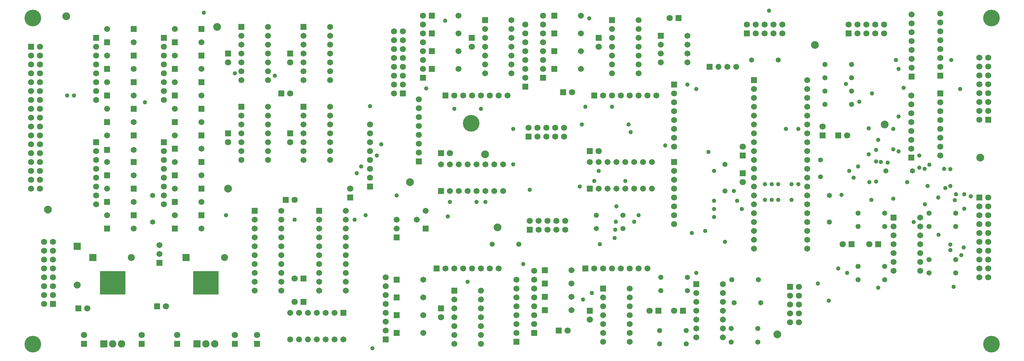
<source format=gbr>
G04 DipTrace 2.3.0.1*
%INBottomMask.gbr*%
%MOIN*%
%ADD42C,0.1417*%
%ADD53C,0.048*%
%ADD54C,0.088*%
%ADD56C,0.188*%
%ADD58C,0.056*%
%ADD60R,0.0828X0.0828*%
%ADD62C,0.0828*%
%ADD64C,0.0679*%
%ADD66R,0.0679X0.0679*%
%ADD68C,0.058*%
%ADD70C,0.058*%
%ADD72C,0.0671*%
%ADD74O,0.0675X0.0671*%
%ADD76O,0.0671X0.0675*%
%ADD78R,0.068X0.068*%
%ADD80C,0.068*%
%ADD82C,0.0671*%
%ADD84R,0.0671X0.0671*%
%ADD86C,0.0789*%
%ADD88R,0.0789X0.0789*%
%ADD90R,0.071X0.071*%
%ADD92C,0.071*%
%FSLAX44Y44*%
G04*
G70*
G90*
G75*
G01*
%LNBotMask*%
%LPD*%
D53*
X50500Y8500D3*
X56750Y10500D3*
X96768Y7823D3*
X79500Y13000D3*
X31000Y15500D3*
X28750Y31750D3*
X37750Y15500D3*
X80500Y18750D3*
X78250Y21000D3*
X95750Y19750D3*
X23250Y16000D3*
X45817Y30316D3*
X96000Y17750D3*
X52000Y28000D3*
X49000D3*
X48500Y17500D3*
X51500D3*
X52500D3*
X66750Y28250D3*
X63750D3*
X65250Y21000D3*
X68250Y19875D3*
X64750D3*
X67189Y15272D3*
X69250D3*
X67250Y17000D3*
X69750Y16000D3*
X87750Y19500D3*
Y25750D3*
X86375D3*
X75750Y14000D3*
X67140Y14360D3*
X63132Y19252D3*
X57500Y18875D3*
X101386Y21377D3*
Y22752D3*
X42500Y18252D3*
X75250Y30750D3*
X76250Y30250D3*
X55625Y21742D3*
Y25750D3*
X68875Y25375D3*
X80875Y17625D3*
X78250D3*
X77250Y14250D3*
X67070Y13439D3*
X65382Y12751D3*
X48250Y15875D3*
X24250Y32000D3*
X14125Y28750D3*
X20774Y38839D3*
X63500Y6500D3*
X64500Y7250D3*
X39000Y16000D3*
X39750Y1000D3*
X103511Y18002D3*
X91197Y6376D3*
X89947Y8313D3*
X76250Y9501D3*
X87000Y17750D3*
Y19500D3*
X92250Y10000D3*
X93500Y21000D3*
X94500Y21500D3*
X105261Y7938D3*
X104201Y21250D3*
X102000D3*
X96073Y29753D3*
X96760Y24503D3*
X96510Y23377D3*
Y22065D3*
Y19815D3*
X98448Y17877D3*
X105386Y17689D3*
X106449Y16752D3*
X94635Y28816D3*
X95698Y25815D3*
Y22877D3*
X100761Y15252D3*
X103573Y13814D3*
X106136Y11501D3*
X98760Y33504D3*
X98448Y25753D3*
Y23440D3*
X97073Y22002D3*
X102323Y19315D3*
X104323Y19065D3*
X104886Y12064D3*
X99073Y32503D3*
Y27128D3*
Y23190D3*
X97823Y21940D3*
X100010Y19752D3*
X104886Y19315D3*
Y12689D3*
X99635Y30378D3*
X93135Y30816D3*
X93250Y9500D3*
X94000Y20250D3*
X102011Y17252D3*
X78258Y15814D3*
Y16689D3*
X81384D3*
X92635Y18314D3*
X105511Y18377D3*
X106449D3*
X107199Y18127D3*
X63375Y26250D3*
X68625D3*
X72750Y23875D3*
X77633Y23127D3*
X84000Y17750D3*
Y19500D3*
X84750Y17750D3*
Y19500D3*
X85500Y17750D3*
Y19500D3*
X64194Y38192D3*
X84446Y39067D3*
X38000Y20750D3*
X38500Y21500D3*
X40250Y22750D3*
X6125Y29500D3*
X5375D3*
X39500Y28315D3*
X40750Y24000D3*
X106000Y30250D3*
X105000Y33500D3*
X47943Y37941D3*
X104886Y21190D3*
X102511Y21690D3*
D54*
X23500Y19000D3*
X22250Y37250D3*
X44000Y19750D3*
X108250Y22500D3*
X97500Y26250D3*
X53875Y14625D3*
X52443Y22877D3*
D56*
X50880Y26378D3*
D54*
X85384Y2563D3*
D56*
X109520Y1480D3*
X1480Y38223D3*
Y1480D3*
X109520Y38225D3*
D54*
X89634Y35191D3*
X3188Y16627D3*
X5251Y38442D3*
D53*
X106386Y12376D3*
D92*
X7250Y2500D3*
D90*
Y1500D3*
D92*
X17750Y2500D3*
D90*
Y1500D3*
D92*
X13750Y2500D3*
D90*
Y1500D3*
D92*
X24250Y2500D3*
D90*
Y1500D3*
X6626Y5501D3*
D92*
X7626D3*
D90*
X15500Y5750D3*
D92*
X16500D3*
D90*
X26750Y1500D3*
D92*
Y2500D3*
X90500Y26000D3*
D90*
Y25000D3*
X92250D3*
D92*
X93250D3*
X81500Y23750D3*
D90*
Y22750D3*
D92*
X73250Y38250D3*
D90*
X74250D3*
D92*
X48500Y23000D3*
D90*
X47500D3*
D92*
X65250Y23250D3*
D90*
X64250D3*
D92*
X31000Y17750D3*
D90*
X30000D3*
D92*
X37250Y19000D3*
D90*
Y18000D3*
D92*
X23500Y33250D3*
D90*
Y34250D3*
D92*
Y24250D3*
D90*
Y25250D3*
D92*
X30500Y33250D3*
D90*
Y34250D3*
D92*
Y24250D3*
D90*
Y25250D3*
X29500Y29750D3*
D92*
X30500D3*
X50943Y35004D3*
D90*
Y36004D3*
D92*
X65250Y35000D3*
D90*
Y36000D3*
X61260Y29880D3*
D92*
X62260D3*
X47500Y4500D3*
D90*
Y5500D3*
D92*
X64250Y4250D3*
D90*
Y5250D3*
X60750Y3000D3*
D92*
X61750D3*
X73750Y5250D3*
D90*
X74750D3*
X72000D3*
D92*
X71000D3*
X95750Y12750D3*
D90*
X96750D3*
X93750D3*
D92*
X92750D3*
X31000Y6250D3*
D90*
X32000D3*
Y8875D3*
D92*
X31000D3*
X81500Y19750D3*
D90*
Y20750D3*
D88*
X8250Y11250D3*
D86*
X12600D3*
D88*
X18750D3*
D86*
X23100D3*
D88*
X6500Y12500D3*
D86*
Y8150D3*
D84*
X12875Y37000D3*
D82*
X9875D3*
D84*
Y35500D3*
D82*
X12875D3*
D84*
Y34000D3*
D82*
X9875D3*
D84*
Y32500D3*
D82*
X12875D3*
D84*
Y31000D3*
D82*
X9875D3*
D84*
Y29500D3*
D82*
X12875D3*
D84*
Y28000D3*
D82*
X9875D3*
D84*
Y26500D3*
D82*
X12875D3*
D84*
Y25000D3*
D82*
X9875D3*
D84*
Y23375D3*
D82*
X12875D3*
D84*
Y22000D3*
D82*
X9875D3*
D84*
Y20500D3*
D82*
X12875D3*
D84*
Y19000D3*
D82*
X9875D3*
D84*
Y17500D3*
D82*
X12875D3*
D84*
Y16000D3*
D82*
X9875D3*
D84*
Y14500D3*
D82*
X12875D3*
D84*
X20500Y37000D3*
D82*
X17500D3*
D84*
Y35500D3*
D82*
X20500D3*
D84*
Y34000D3*
D82*
X17500D3*
D84*
Y32500D3*
D82*
X20500D3*
D84*
Y31000D3*
D82*
X17500D3*
D84*
Y29500D3*
D82*
X20500D3*
D84*
Y28000D3*
D82*
X17500D3*
D84*
Y26500D3*
D82*
X20500D3*
D84*
Y25000D3*
D82*
X17500D3*
D84*
Y23500D3*
D82*
X20500D3*
D84*
Y22000D3*
D82*
X17500D3*
D84*
Y20500D3*
D82*
X20500D3*
D84*
Y19000D3*
D82*
X17500D3*
D84*
Y17500D3*
D82*
X20500D3*
D84*
Y16000D3*
D82*
X17500D3*
D84*
Y14500D3*
D82*
X20500D3*
D84*
X46443Y32504D3*
D82*
X49443D3*
D84*
X46443Y34504D3*
D82*
X49443D3*
D84*
X46443Y36504D3*
D82*
X49443D3*
D84*
X46443Y38504D3*
D82*
X49443D3*
D84*
X42500Y2750D3*
D82*
X45500D3*
D84*
X42500Y4750D3*
D82*
X45500D3*
D84*
X42500Y6750D3*
D82*
X45500D3*
D84*
X42500Y8750D3*
D82*
X45500D3*
D84*
X60250Y38500D3*
D82*
X63250D3*
D84*
X60250Y36500D3*
D82*
X63250D3*
D84*
X60250Y34500D3*
D82*
X63250D3*
D84*
X60250Y32500D3*
D82*
X63250D3*
D84*
X59181Y9812D3*
D82*
X62181D3*
D84*
X59181Y8312D3*
D82*
X62181D3*
D84*
X59181Y6812D3*
D82*
X62181D3*
D84*
X59181Y5312D3*
D82*
X62181D3*
D80*
X3750Y7000D3*
Y8000D3*
Y9000D3*
Y10000D3*
Y11000D3*
Y12000D3*
Y13000D3*
X2750D3*
Y12000D3*
Y11000D3*
Y10000D3*
Y9000D3*
Y8000D3*
Y7000D3*
Y6000D3*
D78*
X3750D3*
D84*
X15750Y10625D3*
D76*
Y11625D3*
D82*
Y12625D3*
D80*
X2294Y23000D3*
X1294D3*
X2294Y35000D3*
Y34000D3*
Y33000D3*
Y32000D3*
Y31000D3*
Y30000D3*
Y29000D3*
Y28000D3*
Y27000D3*
Y26000D3*
X1294D3*
Y27000D3*
Y28000D3*
Y29000D3*
Y30000D3*
Y31000D3*
Y32000D3*
Y33000D3*
Y34000D3*
D78*
Y35000D3*
D80*
Y25000D3*
X2294D3*
X1294Y24000D3*
X2294D3*
X1294Y22000D3*
X2294D3*
X1294Y21000D3*
X2294D3*
X1294Y20000D3*
X2294D3*
X1294Y19000D3*
X2294D3*
X43187Y30750D3*
Y31750D3*
Y32750D3*
Y33750D3*
Y34750D3*
Y35750D3*
Y36750D3*
X42187D3*
Y35750D3*
Y34750D3*
Y33750D3*
Y32750D3*
Y31750D3*
Y30750D3*
Y29750D3*
D78*
X43187D3*
D84*
X42500Y13500D3*
D76*
Y14500D3*
D82*
Y15500D3*
D80*
X85947Y37504D3*
Y36504D3*
X84947D3*
Y37504D3*
X83947Y36504D3*
Y37504D3*
X82947Y36504D3*
Y37504D3*
X81947D3*
D78*
Y36504D3*
D80*
X87822Y3938D3*
X86822D3*
Y4938D3*
X87822D3*
X86822Y5938D3*
X87822D3*
X86822Y6938D3*
X87822D3*
Y7938D3*
D78*
X86822D3*
D80*
X109167Y27772D3*
Y28772D3*
Y29772D3*
Y30772D3*
Y31772D3*
Y32772D3*
Y33772D3*
X108167D3*
Y32772D3*
Y31772D3*
Y30772D3*
Y29772D3*
Y28772D3*
Y27772D3*
Y26772D3*
D78*
X109167D3*
D80*
X97438Y37500D3*
Y36500D3*
X96438D3*
Y37500D3*
X95438Y36500D3*
Y37500D3*
X94438Y36500D3*
Y37500D3*
X93438D3*
D78*
Y36500D3*
D80*
X61375Y25875D3*
Y24875D3*
X60375D3*
Y25875D3*
X59375Y24875D3*
Y25875D3*
X58375Y24875D3*
Y25875D3*
X57375D3*
D78*
Y24875D3*
X108167Y18000D3*
D80*
Y17000D3*
Y16000D3*
Y15000D3*
Y14000D3*
Y13000D3*
Y12000D3*
Y11000D3*
Y10000D3*
Y9000D3*
X109167D3*
Y10000D3*
Y11000D3*
Y12000D3*
Y13000D3*
Y14000D3*
Y15000D3*
Y16000D3*
Y17000D3*
Y18000D3*
D84*
X77750Y32750D3*
D74*
X78750D3*
D82*
X79750D3*
D72*
X80750D3*
D80*
X61500Y15375D3*
Y14375D3*
X60500D3*
Y15375D3*
X59500Y14375D3*
Y15375D3*
X58500Y14375D3*
Y15375D3*
X57500D3*
D78*
Y14375D3*
D70*
X93750Y33000D3*
D68*
X90750D3*
D70*
X56250Y12750D3*
D68*
X53250D3*
D70*
X93750Y31500D3*
D68*
X90750D3*
D70*
X93750Y30000D3*
D68*
X90750D3*
D70*
X93750Y28500D3*
D68*
X90750D3*
D70*
X15000Y18250D3*
D68*
Y15250D3*
D70*
X68000Y16000D3*
D68*
X65000D3*
D70*
X68000Y14500D3*
D68*
X65000D3*
D84*
X45750D3*
D82*
X44750Y15500D3*
X45750Y16500D3*
D70*
X85500Y33500D3*
D68*
X82500D3*
D70*
X72250Y9000D3*
D68*
X75250D3*
D70*
X72250Y7500D3*
D68*
X75250D3*
D70*
X72133Y1500D3*
D68*
X75133D3*
D70*
X72133Y3000D3*
D68*
X75133D3*
D70*
X83196Y1688D3*
D68*
X80196D3*
D70*
X83196Y3250D3*
D68*
X80196D3*
D70*
X83250Y8750D3*
D68*
X80250D3*
D70*
X83509Y6126D3*
D68*
X80509D3*
D70*
X94500Y16250D3*
D68*
X97500D3*
D70*
X94500Y14750D3*
D68*
X97500D3*
D70*
X94500Y8750D3*
D68*
X97500D3*
D70*
X94500Y10250D3*
D68*
X97500D3*
D70*
X105500Y9500D3*
D68*
X102500D3*
D70*
X105500Y11000D3*
D68*
X102500D3*
D70*
X91250Y18250D3*
D68*
Y15250D3*
D70*
X79500Y18750D3*
D68*
Y21750D3*
D70*
X105500Y16250D3*
D68*
X102500D3*
D70*
X105500Y14750D3*
D68*
X102500D3*
D70*
X100625Y21000D3*
D68*
X97625D3*
D66*
X8625Y36000D3*
D64*
Y35000D3*
Y34000D3*
Y33000D3*
Y32000D3*
Y31000D3*
Y30000D3*
Y29000D3*
D66*
Y24250D3*
D64*
Y23250D3*
Y22250D3*
Y21250D3*
Y20250D3*
Y19250D3*
Y18250D3*
Y17250D3*
D66*
X16250Y36000D3*
D64*
Y35000D3*
Y34000D3*
Y33000D3*
Y32000D3*
Y31000D3*
Y30000D3*
Y29000D3*
D66*
Y24250D3*
D64*
Y23250D3*
Y22250D3*
Y21250D3*
Y20250D3*
Y19250D3*
Y18250D3*
Y17250D3*
D66*
X48000Y29500D3*
D64*
X49000D3*
X50000D3*
X51000D3*
X52000D3*
X53000D3*
X54000D3*
X55000D3*
D66*
X47000Y10000D3*
D64*
X48000D3*
X49000D3*
X50000D3*
X51000D3*
X52000D3*
X53000D3*
X54000D3*
D66*
X64750Y29500D3*
D64*
X65750D3*
X66750D3*
X67750D3*
X68750D3*
X69750D3*
X70750D3*
X71750D3*
D66*
X63750Y10000D3*
D64*
X64750D3*
X65750D3*
X66750D3*
X67750D3*
X68750D3*
X69750D3*
X70750D3*
D66*
X45443Y31504D3*
D64*
Y32504D3*
Y33504D3*
Y34504D3*
Y35504D3*
Y36504D3*
Y37504D3*
Y38504D3*
D66*
X41250Y2000D3*
D64*
Y3000D3*
Y4000D3*
Y5000D3*
Y6000D3*
Y7000D3*
Y8000D3*
Y9000D3*
D66*
X59000Y31500D3*
D64*
Y32500D3*
Y33500D3*
Y34500D3*
Y35500D3*
Y36500D3*
Y37500D3*
Y38500D3*
D66*
X58000Y2750D3*
D64*
Y3750D3*
Y4750D3*
Y5750D3*
Y6750D3*
Y7750D3*
Y8750D3*
Y9750D3*
D66*
X100500Y22500D3*
D64*
Y23500D3*
Y24500D3*
Y25500D3*
Y26500D3*
Y27500D3*
Y28500D3*
Y29500D3*
D66*
X100511Y31628D3*
D64*
Y32628D3*
Y33628D3*
Y34628D3*
Y35628D3*
Y36628D3*
Y37628D3*
Y38628D3*
D66*
X103750Y31750D3*
D64*
Y32750D3*
Y33750D3*
Y34750D3*
Y35750D3*
Y36750D3*
Y37750D3*
Y38750D3*
D66*
Y29750D3*
D64*
Y28750D3*
Y27750D3*
Y26750D3*
Y25750D3*
Y24750D3*
Y23750D3*
Y22750D3*
D66*
X73750Y30750D3*
D64*
Y29750D3*
Y28750D3*
Y27750D3*
Y26750D3*
Y25750D3*
Y24750D3*
Y23750D3*
D66*
Y22000D3*
D64*
Y21000D3*
Y20000D3*
Y19000D3*
Y18000D3*
Y17000D3*
Y16000D3*
Y15000D3*
D66*
X45005Y22065D3*
D64*
Y23065D3*
Y24065D3*
Y25065D3*
Y26065D3*
Y27065D3*
Y28065D3*
Y29065D3*
D66*
X39500Y19250D3*
D64*
Y20250D3*
Y21250D3*
Y22250D3*
Y23250D3*
Y24250D3*
Y25250D3*
Y26250D3*
D66*
X57000Y30500D3*
D64*
Y31500D3*
Y32500D3*
Y33500D3*
Y34500D3*
Y35500D3*
Y36500D3*
Y37500D3*
D66*
X56000Y1750D3*
D64*
Y2750D3*
Y3750D3*
Y4750D3*
Y5750D3*
Y6750D3*
Y7750D3*
Y8750D3*
D62*
X11500Y1500D3*
X10500D3*
D60*
X9500D3*
D42*
X10500Y8429D3*
D62*
X22000Y1500D3*
X21000D3*
D60*
X20000D3*
D42*
X21000Y8429D3*
D84*
X82750Y31250D3*
D82*
Y30250D3*
Y29250D3*
Y28250D3*
Y27250D3*
Y26250D3*
Y25250D3*
Y24250D3*
Y23250D3*
Y22250D3*
Y21250D3*
Y20250D3*
Y19250D3*
Y18250D3*
Y17250D3*
Y16250D3*
Y15250D3*
Y14250D3*
Y13250D3*
Y12250D3*
X88750D3*
Y13250D3*
Y14250D3*
Y15250D3*
Y16250D3*
Y17250D3*
Y18250D3*
Y19250D3*
Y20250D3*
Y21250D3*
Y22250D3*
Y23250D3*
Y24250D3*
Y25250D3*
Y26250D3*
Y27250D3*
Y28250D3*
Y29250D3*
Y30250D3*
Y31250D3*
D84*
X72250Y36250D3*
D82*
Y35250D3*
Y34250D3*
Y33250D3*
X75250D3*
Y34250D3*
Y35250D3*
Y36250D3*
D84*
X26500Y16500D3*
D82*
Y15500D3*
Y14500D3*
Y13500D3*
Y12500D3*
Y11500D3*
Y10500D3*
Y9500D3*
Y8500D3*
Y7500D3*
X29492Y16500D3*
Y15500D3*
Y14500D3*
Y13500D3*
Y12500D3*
Y11500D3*
Y10500D3*
Y9500D3*
Y8500D3*
Y7500D3*
D84*
X33750Y16500D3*
D82*
Y15500D3*
Y14500D3*
Y13500D3*
Y12500D3*
Y11500D3*
Y10500D3*
Y9500D3*
Y8500D3*
Y7500D3*
X36742Y16500D3*
Y15500D3*
Y14500D3*
Y13500D3*
Y12500D3*
Y11500D3*
Y10500D3*
Y9500D3*
Y8500D3*
Y7500D3*
D84*
X47500Y18750D3*
D82*
X48500D3*
X49500D3*
X50500D3*
X51500D3*
X52500D3*
X53500D3*
X54500D3*
Y21742D3*
X53500D3*
X52500D3*
X51500D3*
X50500D3*
X49500D3*
X48500D3*
X47500D3*
D84*
X64250Y19000D3*
D82*
X65250D3*
X66250D3*
X67250D3*
X68250D3*
X69250D3*
X70250D3*
X71250D3*
Y21992D3*
X70250D3*
X69250D3*
X68250D3*
X67250D3*
X66250D3*
X65250D3*
X64250D3*
D84*
X52443Y38004D3*
D82*
Y37004D3*
Y36004D3*
Y35004D3*
Y34004D3*
Y33004D3*
Y32004D3*
X55435D3*
Y33004D3*
Y34004D3*
Y35004D3*
Y36004D3*
Y37004D3*
Y38004D3*
D84*
X49000Y7500D3*
D82*
Y6500D3*
Y5500D3*
Y4500D3*
Y3500D3*
Y2500D3*
Y1500D3*
X51992D3*
Y2500D3*
Y3500D3*
Y4500D3*
Y5500D3*
Y6500D3*
Y7500D3*
D84*
X66750Y38000D3*
D82*
Y37000D3*
Y36000D3*
Y35000D3*
Y34000D3*
Y33000D3*
Y32000D3*
X69742D3*
Y33000D3*
Y34000D3*
Y35000D3*
Y36000D3*
Y37000D3*
Y38000D3*
D84*
X65750Y7750D3*
D82*
Y6750D3*
Y5750D3*
Y4750D3*
Y3750D3*
Y2750D3*
Y1750D3*
X68742D3*
Y2750D3*
Y3750D3*
Y4750D3*
Y5750D3*
Y6750D3*
Y7750D3*
D84*
X25000Y37250D3*
D82*
Y36250D3*
Y35250D3*
Y34250D3*
Y33250D3*
Y32250D3*
Y31250D3*
X27992D3*
Y32250D3*
Y33250D3*
Y34250D3*
Y35250D3*
Y36250D3*
Y37250D3*
D84*
X25000Y28250D3*
D82*
Y27250D3*
Y26250D3*
Y25250D3*
Y24250D3*
Y23250D3*
Y22250D3*
X27992D3*
Y23250D3*
Y24250D3*
Y25250D3*
Y26250D3*
Y27250D3*
Y28250D3*
D84*
X32000Y37250D3*
D82*
Y36250D3*
Y35250D3*
Y34250D3*
Y33250D3*
Y32250D3*
Y31250D3*
X34992D3*
Y32250D3*
Y33250D3*
Y34250D3*
Y35250D3*
Y36250D3*
Y37250D3*
D84*
X32000Y28250D3*
D82*
Y27250D3*
Y26250D3*
Y25250D3*
Y24250D3*
Y23250D3*
Y22250D3*
X34992D3*
Y23250D3*
Y24250D3*
Y25250D3*
Y26250D3*
Y27250D3*
Y28250D3*
D84*
X76250Y8250D3*
D82*
Y7250D3*
Y6250D3*
Y5250D3*
Y4250D3*
Y3250D3*
Y2250D3*
X79242D3*
Y3250D3*
Y4250D3*
Y5250D3*
Y6250D3*
Y7250D3*
Y8250D3*
D84*
X98500Y15750D3*
D82*
Y14750D3*
Y13750D3*
Y12750D3*
Y11750D3*
Y10750D3*
Y9750D3*
X101492D3*
Y10750D3*
Y11750D3*
Y12750D3*
Y13750D3*
Y14750D3*
Y15750D3*
D84*
X36500Y5000D3*
D82*
X35500D3*
X34500D3*
X33500D3*
X32500D3*
X31500D3*
X30500D3*
Y2008D3*
X31500D3*
X32500D3*
X33500D3*
X34500D3*
X35500D3*
X36500D3*
D58*
X90250Y22250D3*
Y20350D3*
G36*
X9063Y9689D2*
X11939D1*
Y7063D1*
X9063D1*
Y9689D1*
G37*
G36*
X19565D2*
X22440D1*
Y7063D1*
X19565D1*
Y9689D1*
G37*
M02*

</source>
